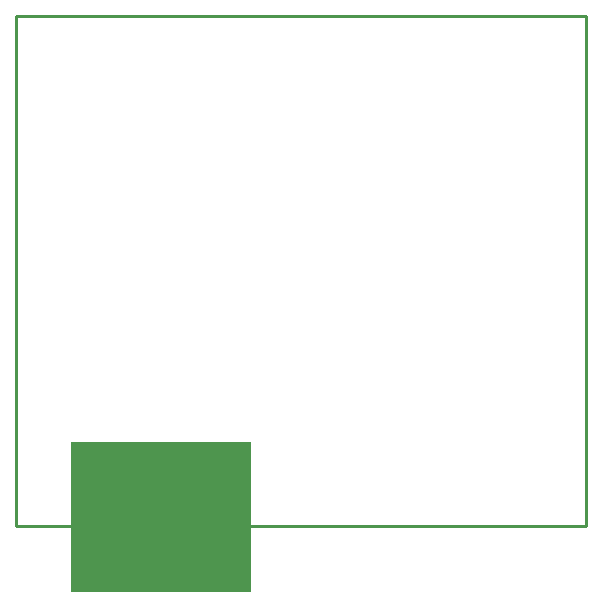
<source format=gko>
G04*
G04 #@! TF.GenerationSoftware,Altium Limited,Altium Designer,23.7.1 (13)*
G04*
G04 Layer_Color=16711935*
%FSLAX25Y25*%
%MOIN*%
G70*
G04*
G04 #@! TF.SameCoordinates,F93C5CF8-F1E6-457C-8DD9-1DD3DA4D7B1B*
G04*
G04*
G04 #@! TF.FilePolarity,Positive*
G04*
G01*
G75*
%ADD10C,0.01000*%
%ADD31R,0.60000X0.50000*%
D10*
X4500Y-176500D02*
Y-6500D01*
X194500D01*
Y-176500D02*
Y-6500D01*
X4500Y-176500D02*
X194500D01*
D31*
X53000Y-173500D02*
D03*
M02*

</source>
